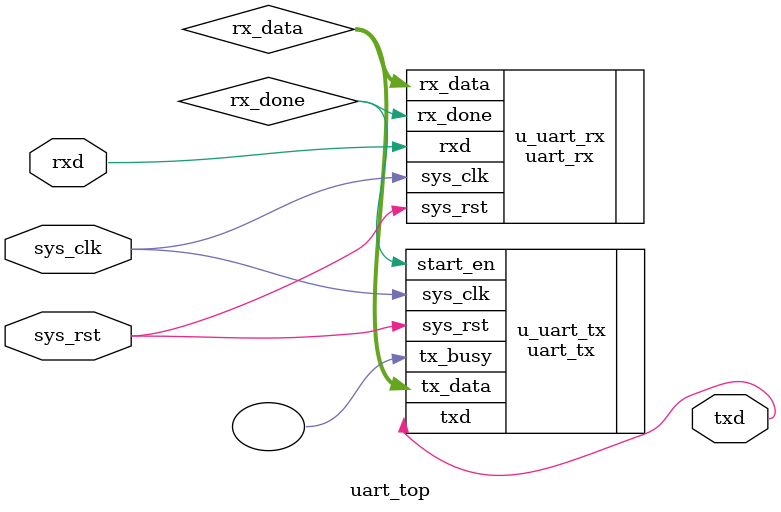
<source format=v>
module uart_top(
    input wire sys_clk,  // U18
    input wire sys_rst,  //J15
    input wire rxd,
    output wire txd
);

parameter CLK_FREQ = 5000_0000;
parameter BPS = 115200;

wire rx_done;
wire [7:0] rx_data;
uart_rx #(
    .CLK_FREQ(CLK_FREQ),
    .BPS(BPS)
)u_uart_rx(
    .sys_clk(sys_clk),
    .sys_rst(sys_rst),
    .rxd(rxd),
    .rx_done(rx_done),
    .rx_data(rx_data)
);

uart_tx #(
    .CLK_FREQ(CLK_FREQ),
    .BPS(BPS) 
)u_uart_tx(
    .sys_clk(sys_clk),
    .sys_rst(sys_rst),
    .start_en(rx_done),
    .tx_data(rx_data),
    .txd(txd),
    .tx_busy()
);




endmodule
</source>
